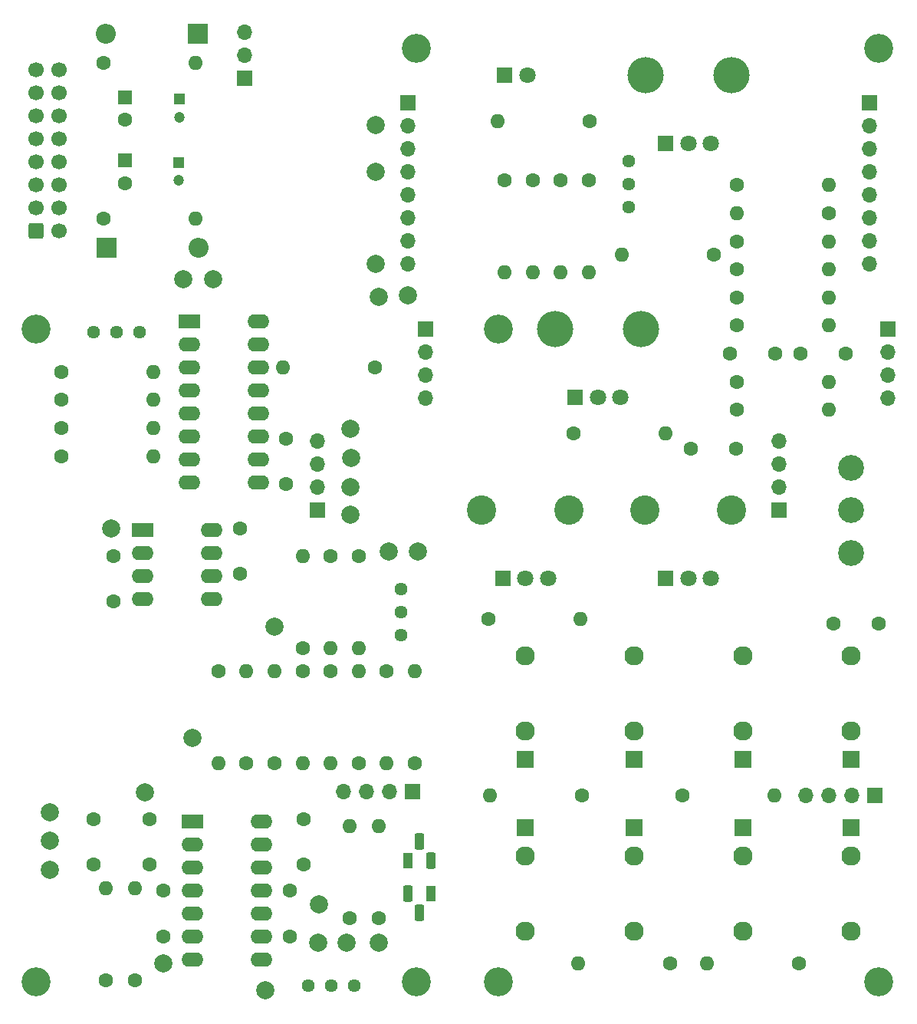
<source format=gts>
G04 #@! TF.GenerationSoftware,KiCad,Pcbnew,8.0.2-1*
G04 #@! TF.CreationDate,2024-06-17T09:11:19+02:00*
G04 #@! TF.ProjectId,3340,33333430-2e6b-4696-9361-645f70636258,rev?*
G04 #@! TF.SameCoordinates,Original*
G04 #@! TF.FileFunction,Soldermask,Top*
G04 #@! TF.FilePolarity,Negative*
%FSLAX46Y46*%
G04 Gerber Fmt 4.6, Leading zero omitted, Abs format (unit mm)*
G04 Created by KiCad (PCBNEW 8.0.2-1) date 2024-06-17 09:11:19*
%MOMM*%
%LPD*%
G01*
G04 APERTURE LIST*
G04 Aperture macros list*
%AMRoundRect*
0 Rectangle with rounded corners*
0 $1 Rounding radius*
0 $2 $3 $4 $5 $6 $7 $8 $9 X,Y pos of 4 corners*
0 Add a 4 corners polygon primitive as box body*
4,1,4,$2,$3,$4,$5,$6,$7,$8,$9,$2,$3,0*
0 Add four circle primitives for the rounded corners*
1,1,$1+$1,$2,$3*
1,1,$1+$1,$4,$5*
1,1,$1+$1,$6,$7*
1,1,$1+$1,$8,$9*
0 Add four rect primitives between the rounded corners*
20,1,$1+$1,$2,$3,$4,$5,0*
20,1,$1+$1,$4,$5,$6,$7,0*
20,1,$1+$1,$6,$7,$8,$9,0*
20,1,$1+$1,$8,$9,$2,$3,0*%
G04 Aperture macros list end*
%ADD10C,1.600000*%
%ADD11O,1.600000X1.600000*%
%ADD12C,2.850000*%
%ADD13O,4.000000X4.000000*%
%ADD14R,1.800000X1.800000*%
%ADD15C,1.800000*%
%ADD16R,2.200000X2.200000*%
%ADD17O,2.200000X2.200000*%
%ADD18C,3.240000*%
%ADD19R,2.400000X1.600000*%
%ADD20O,2.400000X1.600000*%
%ADD21R,1.930000X1.830000*%
%ADD22C,2.130000*%
%ADD23C,3.200000*%
%ADD24R,1.700000X1.700000*%
%ADD25O,1.700000X1.700000*%
%ADD26R,1.100000X1.800000*%
%ADD27RoundRect,0.275000X-0.275000X-0.625000X0.275000X-0.625000X0.275000X0.625000X-0.275000X0.625000X0*%
%ADD28RoundRect,0.275000X0.275000X0.625000X-0.275000X0.625000X-0.275000X-0.625000X0.275000X-0.625000X0*%
%ADD29C,1.440000*%
%ADD30C,2.000000*%
%ADD31R,1.200000X1.200000*%
%ADD32C,1.200000*%
%ADD33R,1.600000X1.600000*%
%ADD34RoundRect,0.250000X-0.600000X-0.600000X0.600000X-0.600000X0.600000X0.600000X-0.600000X0.600000X0*%
%ADD35C,1.700000*%
G04 APERTURE END LIST*
D10*
X80300000Y-132900000D03*
D11*
X80300000Y-122740000D03*
D10*
X61700000Y-156880000D03*
D11*
X61700000Y-146720000D03*
D10*
X131340000Y-93900000D03*
D11*
X141500000Y-93900000D03*
D10*
X125340000Y-136500000D03*
D11*
X135500000Y-136500000D03*
D12*
X144000000Y-109700000D03*
X144000000Y-105000000D03*
X144000000Y-100300000D03*
D13*
X121250000Y-57000000D03*
X130750000Y-57000000D03*
D14*
X123500000Y-64500000D03*
D15*
X126000000Y-64500000D03*
X128500000Y-64500000D03*
D10*
X68000000Y-147000000D03*
X68000000Y-152000000D03*
D16*
X71860000Y-52400000D03*
D17*
X61700000Y-52400000D03*
D10*
X91800000Y-150030000D03*
D11*
X91800000Y-139870000D03*
D18*
X121200000Y-105000000D03*
X130800000Y-105000000D03*
D14*
X123500000Y-112500000D03*
D15*
X126000000Y-112500000D03*
X128500000Y-112500000D03*
D19*
X65700000Y-107200000D03*
D20*
X65700000Y-109740000D03*
X65700000Y-112280000D03*
X65700000Y-114820000D03*
X73320000Y-114820000D03*
X73320000Y-112280000D03*
X73320000Y-109740000D03*
X73320000Y-107200000D03*
D10*
X83400000Y-120200000D03*
D11*
X83400000Y-110040000D03*
D21*
X108000000Y-140020000D03*
D22*
X108000000Y-151420000D03*
X108000000Y-143120000D03*
D23*
X54000000Y-157000000D03*
D10*
X123950000Y-155000000D03*
D11*
X113790000Y-155000000D03*
D10*
X61400000Y-72800000D03*
D11*
X71560000Y-72800000D03*
D10*
X114210000Y-136500000D03*
D11*
X104050000Y-136500000D03*
D21*
X144000000Y-132480000D03*
D22*
X144000000Y-121080000D03*
X144000000Y-129380000D03*
D10*
X126300000Y-98200000D03*
X131300000Y-98200000D03*
X111900000Y-68540000D03*
D11*
X111900000Y-78700000D03*
D10*
X56720000Y-92800000D03*
D11*
X66880000Y-92800000D03*
D24*
X97000000Y-85000000D03*
D25*
X97000000Y-87540000D03*
X97000000Y-90080000D03*
X97000000Y-92620000D03*
D10*
X147000000Y-117500000D03*
X142000000Y-117500000D03*
D23*
X54000000Y-85000000D03*
D26*
X95000000Y-143650000D03*
D27*
X96270000Y-141580000D03*
X97540000Y-143650000D03*
D10*
X103920000Y-117000000D03*
D11*
X114080000Y-117000000D03*
D10*
X82000000Y-152000000D03*
X82000000Y-147000000D03*
X141480000Y-72200000D03*
D11*
X131320000Y-72200000D03*
D10*
X130600000Y-87700000D03*
X135600000Y-87700000D03*
X131340000Y-75300000D03*
D11*
X141500000Y-75300000D03*
D10*
X56720000Y-89700000D03*
D11*
X66880000Y-89700000D03*
D26*
X97540000Y-147330000D03*
D28*
X96270000Y-149400000D03*
X95000000Y-147330000D03*
D10*
X62520000Y-110050000D03*
X62520000Y-115050000D03*
X77200000Y-132900000D03*
D11*
X77200000Y-122740000D03*
D10*
X89600000Y-132900000D03*
D11*
X89600000Y-122740000D03*
D10*
X61400000Y-55600000D03*
D11*
X71560000Y-55600000D03*
D10*
X88600000Y-150030000D03*
D11*
X88600000Y-139870000D03*
D29*
X119400000Y-66460000D03*
X119400000Y-69000000D03*
X119400000Y-71540000D03*
D10*
X95800000Y-132900000D03*
D11*
X95800000Y-122740000D03*
D23*
X147000000Y-54000000D03*
D21*
X108000000Y-132480000D03*
D22*
X108000000Y-121080000D03*
X108000000Y-129380000D03*
D10*
X105700000Y-68540000D03*
D11*
X105700000Y-78700000D03*
D16*
X61720000Y-76000000D03*
D17*
X71880000Y-76000000D03*
D10*
X92700000Y-122740000D03*
D11*
X92700000Y-132900000D03*
D10*
X74100000Y-122740000D03*
D11*
X74100000Y-132900000D03*
D19*
X70880000Y-84100000D03*
D20*
X70880000Y-86640000D03*
X70880000Y-89180000D03*
X70880000Y-91720000D03*
X70880000Y-94260000D03*
X70880000Y-96800000D03*
X70880000Y-99340000D03*
X70880000Y-101880000D03*
X78500000Y-101880000D03*
X78500000Y-99340000D03*
X78500000Y-96800000D03*
X78500000Y-94260000D03*
X78500000Y-91720000D03*
X78500000Y-89180000D03*
X78500000Y-86640000D03*
X78500000Y-84100000D03*
D30*
X68000000Y-155000000D03*
D19*
X71200000Y-139375000D03*
D20*
X71200000Y-141915000D03*
X71200000Y-144455000D03*
X71200000Y-146995000D03*
X71200000Y-149535000D03*
X71200000Y-152075000D03*
X71200000Y-154615000D03*
X78820000Y-154615000D03*
X78820000Y-152075000D03*
X78820000Y-149535000D03*
X78820000Y-146995000D03*
X78820000Y-144455000D03*
X78820000Y-141915000D03*
X78820000Y-139375000D03*
D10*
X89600000Y-110040000D03*
D11*
X89600000Y-120200000D03*
D10*
X81600000Y-102100000D03*
X81600000Y-97100000D03*
D21*
X144000000Y-140020000D03*
D22*
X144000000Y-151420000D03*
X144000000Y-143120000D03*
D10*
X138210000Y-155000000D03*
D11*
X128050000Y-155000000D03*
D10*
X56740000Y-99000000D03*
D11*
X66900000Y-99000000D03*
D10*
X64900000Y-156880000D03*
D11*
X64900000Y-146720000D03*
D10*
X131320000Y-84600000D03*
D11*
X141480000Y-84600000D03*
D10*
X131320000Y-69100000D03*
D11*
X141480000Y-69100000D03*
D10*
X131320000Y-78400000D03*
D11*
X141480000Y-78400000D03*
D23*
X96000000Y-157000000D03*
D10*
X131340000Y-90800000D03*
D11*
X141500000Y-90800000D03*
D23*
X96000000Y-54000000D03*
D24*
X85000000Y-105000000D03*
D25*
X85000000Y-102460000D03*
X85000000Y-99920000D03*
X85000000Y-97380000D03*
D21*
X132000000Y-140020000D03*
D22*
X132000000Y-151420000D03*
X132000000Y-143120000D03*
D23*
X147000000Y-157000000D03*
D10*
X128830000Y-76800000D03*
D11*
X118670000Y-76800000D03*
D10*
X115000000Y-68540000D03*
D11*
X115000000Y-78700000D03*
D13*
X111250000Y-85000000D03*
X120750000Y-85000000D03*
D14*
X113500000Y-92500000D03*
D15*
X116000000Y-92500000D03*
X118500000Y-92500000D03*
D10*
X86500000Y-122740000D03*
D11*
X86500000Y-132900000D03*
D24*
X95540000Y-136000000D03*
D25*
X93000000Y-136000000D03*
X90460000Y-136000000D03*
X87920000Y-136000000D03*
D24*
X95000000Y-60000000D03*
D25*
X95000000Y-62540000D03*
X95000000Y-65080000D03*
X95000000Y-67620000D03*
X95000000Y-70160000D03*
X95000000Y-72700000D03*
X95000000Y-75240000D03*
X95000000Y-77780000D03*
D10*
X91360000Y-89250000D03*
D11*
X81200000Y-89250000D03*
D21*
X120000000Y-132480000D03*
D22*
X120000000Y-121080000D03*
X120000000Y-129380000D03*
D10*
X143400000Y-87700000D03*
X138400000Y-87700000D03*
D21*
X120000000Y-140020000D03*
D22*
X120000000Y-151420000D03*
X120000000Y-143120000D03*
D18*
X103200000Y-105000000D03*
X112800000Y-105000000D03*
D14*
X105500000Y-112500000D03*
D15*
X108000000Y-112500000D03*
X110500000Y-112500000D03*
D14*
X105730000Y-57000000D03*
D15*
X108270000Y-57000000D03*
D21*
X132000000Y-132480000D03*
D22*
X132000000Y-121080000D03*
X132000000Y-129380000D03*
D10*
X86500000Y-110040000D03*
D11*
X86500000Y-120200000D03*
D10*
X56720000Y-95900000D03*
D11*
X66880000Y-95900000D03*
D10*
X115080000Y-62000000D03*
D11*
X104920000Y-62000000D03*
D10*
X76520000Y-106980000D03*
X76520000Y-111980000D03*
D23*
X105000000Y-157000000D03*
D10*
X131320000Y-81500000D03*
D11*
X141480000Y-81500000D03*
D23*
X105000000Y-85000000D03*
D10*
X108800000Y-68540000D03*
D11*
X108800000Y-78700000D03*
D10*
X113340000Y-96500000D03*
D11*
X123500000Y-96500000D03*
D10*
X83400000Y-122740000D03*
D11*
X83400000Y-132900000D03*
D30*
X55500000Y-138300000D03*
X55500000Y-144700000D03*
D24*
X148000000Y-85000000D03*
D25*
X148000000Y-87540000D03*
X148000000Y-90080000D03*
X148000000Y-92620000D03*
D30*
X91800000Y-152700000D03*
X91500000Y-62500000D03*
X85100000Y-152700000D03*
D31*
X69800000Y-59600000D03*
D32*
X69800000Y-61600000D03*
D24*
X77000000Y-57280000D03*
D25*
X77000000Y-54740000D03*
X77000000Y-52200000D03*
D30*
X88750000Y-99200000D03*
X70250000Y-79500000D03*
D10*
X66500000Y-139100000D03*
X66500000Y-144100000D03*
D24*
X146620000Y-136500000D03*
D25*
X144080000Y-136500000D03*
X141540000Y-136500000D03*
X139000000Y-136500000D03*
D29*
X60320000Y-85300000D03*
X62860000Y-85300000D03*
X65400000Y-85300000D03*
D10*
X83500000Y-139100000D03*
X83500000Y-144100000D03*
D30*
X73500000Y-79500000D03*
D33*
X63800000Y-59400000D03*
D10*
X63800000Y-61900000D03*
D30*
X91500000Y-77800000D03*
D24*
X136000000Y-105000000D03*
D25*
X136000000Y-102460000D03*
X136000000Y-99920000D03*
X136000000Y-97380000D03*
D30*
X92900000Y-109500000D03*
D34*
X54000000Y-74160000D03*
D35*
X56540000Y-74160000D03*
X54000000Y-71620000D03*
X56540000Y-71620000D03*
X54000000Y-69080000D03*
X56540000Y-69080000D03*
X54000000Y-66540000D03*
X56540000Y-66540000D03*
X54000000Y-64000000D03*
X56540000Y-64000000D03*
X54000000Y-61460000D03*
X56540000Y-61460000D03*
X54000000Y-58920000D03*
X56540000Y-58920000D03*
X54000000Y-56380000D03*
X56540000Y-56380000D03*
D30*
X55500000Y-141500000D03*
X79250000Y-158000000D03*
D31*
X69700000Y-66600000D03*
D32*
X69700000Y-68600000D03*
D30*
X71200000Y-130100000D03*
X96100000Y-109500000D03*
D33*
X63800000Y-66400000D03*
D10*
X63800000Y-68900000D03*
D30*
X85250000Y-148500000D03*
X95000000Y-81300000D03*
D29*
X94300000Y-118800000D03*
X94300000Y-116260000D03*
X94300000Y-113720000D03*
D30*
X88250000Y-152700000D03*
X66000000Y-136100000D03*
X91800000Y-81400000D03*
X88700000Y-105500000D03*
X88700000Y-96000000D03*
X91500000Y-67600000D03*
X62250000Y-107000000D03*
D10*
X60300000Y-139100000D03*
X60300000Y-144100000D03*
D30*
X88700000Y-102400000D03*
D29*
X84000000Y-157500000D03*
X86540000Y-157500000D03*
X89080000Y-157500000D03*
D30*
X80300000Y-117800000D03*
D24*
X146000000Y-60000000D03*
D25*
X146000000Y-62540000D03*
X146000000Y-65080000D03*
X146000000Y-67620000D03*
X146000000Y-70160000D03*
X146000000Y-72700000D03*
X146000000Y-75240000D03*
X146000000Y-77780000D03*
M02*

</source>
